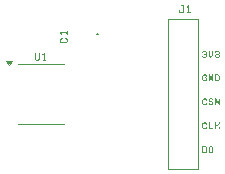
<source format=gbr>
%TF.GenerationSoftware,KiCad,Pcbnew,8.0.4*%
%TF.CreationDate,2024-09-16T16:17:47+01:00*%
%TF.ProjectId,algoritmi_motor,616c676f-7269-4746-9d69-5f6d6f746f72,rev?*%
%TF.SameCoordinates,Original*%
%TF.FileFunction,Legend,Top*%
%TF.FilePolarity,Positive*%
%FSLAX46Y46*%
G04 Gerber Fmt 4.6, Leading zero omitted, Abs format (unit mm)*
G04 Created by KiCad (PCBNEW 8.0.4) date 2024-09-16 16:17:47*
%MOMM*%
%LPD*%
G01*
G04 APERTURE LIST*
%ADD10C,0.100000*%
%ADD11C,0.175000*%
%ADD12C,0.150000*%
%ADD13C,0.200000*%
%ADD14C,0.120000*%
G04 APERTURE END LIST*
D10*
G36*
X154759588Y-96789087D02*
G01*
X154748157Y-96816051D01*
X154720753Y-96827042D01*
X154693642Y-96816051D01*
X154682651Y-96789087D01*
X154682651Y-96750252D01*
X154693642Y-96723288D01*
X154764570Y-96654704D01*
X154791535Y-96643127D01*
X154949511Y-96643127D01*
X154976475Y-96654997D01*
X155047404Y-96725046D01*
X155058394Y-96752011D01*
X155058394Y-96867635D01*
X155047404Y-96894600D01*
X155030551Y-96911599D01*
X155019560Y-96938563D01*
X155030551Y-96966407D01*
X155047404Y-96983260D01*
X155058394Y-97010371D01*
X155058394Y-97125116D01*
X155047404Y-97152080D01*
X154976475Y-97222129D01*
X154949511Y-97234000D01*
X154791535Y-97234000D01*
X154764570Y-97222422D01*
X154693642Y-97153839D01*
X154682651Y-97126875D01*
X154682651Y-97088040D01*
X154693642Y-97061515D01*
X154720753Y-97050964D01*
X154748157Y-97061515D01*
X154759588Y-97088040D01*
X154759588Y-97098152D01*
X154768087Y-97119254D01*
X154799302Y-97150468D01*
X154820404Y-97158968D01*
X154920788Y-97158968D01*
X154941891Y-97150615D01*
X154973105Y-97119694D01*
X154981605Y-97098738D01*
X154981605Y-97041878D01*
X154973105Y-97020922D01*
X154941891Y-96989122D01*
X154920788Y-96980769D01*
X154824508Y-96980769D01*
X154796664Y-96969631D01*
X154785673Y-96942813D01*
X154796664Y-96916435D01*
X154824508Y-96905737D01*
X154920788Y-96905737D01*
X154941891Y-96896944D01*
X154973105Y-96863678D01*
X154981605Y-96841697D01*
X154981605Y-96781320D01*
X154973105Y-96759338D01*
X154941891Y-96726951D01*
X154920788Y-96718159D01*
X154820404Y-96718159D01*
X154799302Y-96726658D01*
X154768087Y-96757872D01*
X154759588Y-96778975D01*
X154759588Y-96789087D01*
G37*
G36*
X155519134Y-96681083D02*
G01*
X155530418Y-96654118D01*
X155557969Y-96643127D01*
X155584933Y-96654118D01*
X155595924Y-96681083D01*
X155595924Y-97061808D01*
X155584054Y-97089652D01*
X155450697Y-97223009D01*
X155423733Y-97234000D01*
X155392372Y-97234000D01*
X155365408Y-97223009D01*
X155232051Y-97089652D01*
X155220193Y-97062803D01*
X155220181Y-97061808D01*
X155220181Y-96681083D01*
X155231172Y-96654118D01*
X155258283Y-96643127D01*
X155285687Y-96654118D01*
X155297117Y-96681083D01*
X155297117Y-97032353D01*
X155305617Y-97053455D01*
X155380648Y-97129219D01*
X155408492Y-97140210D01*
X155435603Y-97129219D01*
X155510635Y-97053455D01*
X155519134Y-97032353D01*
X155519134Y-96681083D01*
G37*
G36*
X155834647Y-96789087D02*
G01*
X155823217Y-96816051D01*
X155795812Y-96827042D01*
X155768702Y-96816051D01*
X155757711Y-96789087D01*
X155757711Y-96750252D01*
X155768702Y-96723288D01*
X155839630Y-96654704D01*
X155866594Y-96643127D01*
X156024570Y-96643127D01*
X156051535Y-96654997D01*
X156122463Y-96725046D01*
X156133454Y-96752011D01*
X156133454Y-96867635D01*
X156122463Y-96894600D01*
X156105610Y-96911599D01*
X156094619Y-96938563D01*
X156105610Y-96966407D01*
X156122463Y-96983260D01*
X156133454Y-97010371D01*
X156133454Y-97125116D01*
X156122463Y-97152080D01*
X156051535Y-97222129D01*
X156024570Y-97234000D01*
X155866594Y-97234000D01*
X155839630Y-97222422D01*
X155768702Y-97153839D01*
X155757711Y-97126875D01*
X155757711Y-97088040D01*
X155768702Y-97061515D01*
X155795812Y-97050964D01*
X155823217Y-97061515D01*
X155834647Y-97088040D01*
X155834647Y-97098152D01*
X155843147Y-97119254D01*
X155874361Y-97150468D01*
X155895464Y-97158968D01*
X155995847Y-97158968D01*
X156016950Y-97150615D01*
X156048164Y-97119694D01*
X156056664Y-97098738D01*
X156056664Y-97041878D01*
X156048164Y-97020922D01*
X156016950Y-96989122D01*
X155995847Y-96980769D01*
X155899567Y-96980769D01*
X155871723Y-96969631D01*
X155860732Y-96942813D01*
X155871723Y-96916435D01*
X155899567Y-96905737D01*
X155995847Y-96905737D01*
X156016950Y-96896944D01*
X156048164Y-96863678D01*
X156056664Y-96841697D01*
X156056664Y-96781320D01*
X156048164Y-96759338D01*
X156016950Y-96726951D01*
X155995847Y-96718159D01*
X155895464Y-96718159D01*
X155874361Y-96726658D01*
X155843147Y-96757872D01*
X155834647Y-96778975D01*
X155834647Y-96789087D01*
G37*
G36*
X154981605Y-98794975D02*
G01*
X154973105Y-98773872D01*
X154941891Y-98742658D01*
X154920788Y-98734159D01*
X154820404Y-98734159D01*
X154799302Y-98742658D01*
X154768087Y-98774166D01*
X154759588Y-98795415D01*
X154759588Y-99113712D01*
X154768087Y-99134961D01*
X154799302Y-99166468D01*
X154820404Y-99174968D01*
X154920788Y-99174968D01*
X154941891Y-99166615D01*
X154973105Y-99135694D01*
X154981605Y-99114738D01*
X154981605Y-99034431D01*
X154970614Y-99007613D01*
X154943503Y-98996769D01*
X154892944Y-98996769D01*
X154865394Y-98985631D01*
X154854110Y-98958813D01*
X154865394Y-98932435D01*
X154892944Y-98921737D01*
X155020439Y-98921737D01*
X155047404Y-98932581D01*
X155058394Y-98959106D01*
X155058394Y-99141995D01*
X155047404Y-99169399D01*
X154976475Y-99238422D01*
X154948632Y-99250000D01*
X154791535Y-99250000D01*
X154764570Y-99238129D01*
X154693642Y-99168080D01*
X154682651Y-99140237D01*
X154682651Y-98768011D01*
X154693642Y-98741046D01*
X154764570Y-98670997D01*
X154791535Y-98659127D01*
X154948632Y-98659127D01*
X154976475Y-98670704D01*
X155047404Y-98739288D01*
X155058394Y-98766252D01*
X155058394Y-98805087D01*
X155047404Y-98832051D01*
X155020439Y-98843042D01*
X154992889Y-98832051D01*
X154981605Y-98805087D01*
X154981605Y-98794975D01*
G37*
G36*
X155513126Y-99058318D02*
G01*
X155517376Y-99062568D01*
X155519134Y-99056706D01*
X155519134Y-98697083D01*
X155530418Y-98670118D01*
X155557969Y-98659127D01*
X155584933Y-98670118D01*
X155595924Y-98697083D01*
X155595924Y-99212044D01*
X155584933Y-99239009D01*
X155557969Y-99250000D01*
X155530684Y-99239118D01*
X155524117Y-99230655D01*
X155302979Y-98849930D01*
X155298729Y-98845680D01*
X155297117Y-98851542D01*
X155297117Y-99212044D01*
X155285687Y-99239009D01*
X155258283Y-99250000D01*
X155231172Y-99239009D01*
X155220181Y-99212044D01*
X155220181Y-98697083D01*
X155231172Y-98670118D01*
X155258136Y-98659127D01*
X155285421Y-98670008D01*
X155291988Y-98678471D01*
X155513126Y-99058318D01*
G37*
G36*
X156033803Y-98670118D02*
G01*
X156121584Y-98758778D01*
X156133454Y-98785743D01*
X156133454Y-99123384D01*
X156121584Y-99150348D01*
X156033803Y-99239009D01*
X156006838Y-99250000D01*
X155795666Y-99250000D01*
X155768702Y-99239009D01*
X155757711Y-99212044D01*
X155757711Y-98772407D01*
X155834647Y-98772407D01*
X155834647Y-99136720D01*
X155845638Y-99163977D01*
X155872602Y-99174968D01*
X155978115Y-99174968D01*
X155999218Y-99166468D01*
X156048164Y-99117083D01*
X156056664Y-99095833D01*
X156056664Y-98813293D01*
X156048164Y-98792044D01*
X155999218Y-98742658D01*
X155978115Y-98734159D01*
X155872602Y-98734159D01*
X155845638Y-98745296D01*
X155834647Y-98772407D01*
X155757711Y-98772407D01*
X155757711Y-98697083D01*
X155768702Y-98670118D01*
X155795666Y-98659127D01*
X156006838Y-98659127D01*
X156033803Y-98670118D01*
G37*
G36*
X154759588Y-101111833D02*
G01*
X154768087Y-101133083D01*
X154817034Y-101182468D01*
X154838136Y-101190968D01*
X154903056Y-101190968D01*
X154924159Y-101182468D01*
X154973105Y-101133522D01*
X154981605Y-101112420D01*
X154981605Y-101087067D01*
X154992889Y-101059663D01*
X155020439Y-101048233D01*
X155047404Y-101059663D01*
X155058394Y-101087067D01*
X155058394Y-101141143D01*
X155046524Y-101168107D01*
X154958743Y-101255302D01*
X154931779Y-101266000D01*
X154809267Y-101266000D01*
X154781423Y-101254129D01*
X154693642Y-101166348D01*
X154682651Y-101139384D01*
X154682651Y-100801743D01*
X154693642Y-100774778D01*
X154781423Y-100686997D01*
X154808272Y-100675139D01*
X154809267Y-100675127D01*
X154931779Y-100675127D01*
X154958743Y-100685825D01*
X155046524Y-100773020D01*
X155058394Y-100799984D01*
X155058394Y-100854060D01*
X155047404Y-100881464D01*
X155020439Y-100892894D01*
X154992889Y-100881464D01*
X154981605Y-100854060D01*
X154981605Y-100828707D01*
X154973105Y-100807605D01*
X154924159Y-100758658D01*
X154903056Y-100750159D01*
X154838136Y-100750159D01*
X154817034Y-100758658D01*
X154768087Y-100808044D01*
X154759588Y-100829293D01*
X154759588Y-101111833D01*
G37*
G36*
X155519134Y-100810975D02*
G01*
X155510635Y-100789872D01*
X155479420Y-100758658D01*
X155458318Y-100750159D01*
X155357934Y-100750159D01*
X155336831Y-100758951D01*
X155305617Y-100791338D01*
X155297117Y-100813320D01*
X155297117Y-100873697D01*
X155305617Y-100895678D01*
X155336831Y-100928944D01*
X155357934Y-100937737D01*
X155487041Y-100937737D01*
X155514005Y-100948581D01*
X155584933Y-101019217D01*
X155595924Y-101045741D01*
X155595924Y-101158728D01*
X155584933Y-101185399D01*
X155514005Y-101254422D01*
X155487041Y-101266000D01*
X155329064Y-101266000D01*
X155302100Y-101254422D01*
X155231172Y-101185839D01*
X155220181Y-101158875D01*
X155220181Y-101120040D01*
X155231172Y-101093515D01*
X155258283Y-101082964D01*
X155285687Y-101093515D01*
X155297117Y-101120040D01*
X155297117Y-101130152D01*
X155305617Y-101151254D01*
X155336831Y-101182468D01*
X155357934Y-101190968D01*
X155458318Y-101190968D01*
X155479420Y-101182615D01*
X155510635Y-101151694D01*
X155519134Y-101130738D01*
X155519134Y-101073878D01*
X155510635Y-101052922D01*
X155479420Y-101021122D01*
X155458318Y-101012769D01*
X155329064Y-101012769D01*
X155302100Y-101001631D01*
X155231172Y-100929237D01*
X155220181Y-100901980D01*
X155220181Y-100785183D01*
X155231172Y-100757779D01*
X155302100Y-100686997D01*
X155329064Y-100675127D01*
X155487041Y-100675127D01*
X155514005Y-100686704D01*
X155584933Y-100755288D01*
X155595924Y-100782252D01*
X155595924Y-100821087D01*
X155584933Y-100848051D01*
X155557969Y-100859042D01*
X155530418Y-100848051D01*
X155519134Y-100821087D01*
X155519134Y-100810975D01*
G37*
G36*
X156050655Y-101074318D02*
G01*
X156054905Y-101078568D01*
X156056664Y-101072706D01*
X156056664Y-100713083D01*
X156067948Y-100686118D01*
X156095498Y-100675127D01*
X156122463Y-100686118D01*
X156133454Y-100713083D01*
X156133454Y-101228044D01*
X156122463Y-101255009D01*
X156095498Y-101266000D01*
X156068213Y-101255118D01*
X156061646Y-101246655D01*
X155840509Y-100865930D01*
X155836259Y-100861680D01*
X155834647Y-100867542D01*
X155834647Y-101228044D01*
X155823217Y-101255009D01*
X155795812Y-101266000D01*
X155768702Y-101255009D01*
X155757711Y-101228044D01*
X155757711Y-100713083D01*
X155768702Y-100686118D01*
X155795666Y-100675127D01*
X155822951Y-100686008D01*
X155829518Y-100694471D01*
X156050655Y-101074318D01*
G37*
G36*
X154759588Y-103127833D02*
G01*
X154768087Y-103149083D01*
X154817034Y-103198468D01*
X154838136Y-103206968D01*
X154903056Y-103206968D01*
X154924159Y-103198468D01*
X154973105Y-103149522D01*
X154981605Y-103128420D01*
X154981605Y-103103067D01*
X154992889Y-103075663D01*
X155020439Y-103064233D01*
X155047404Y-103075663D01*
X155058394Y-103103067D01*
X155058394Y-103157143D01*
X155046524Y-103184107D01*
X154958743Y-103271302D01*
X154931779Y-103282000D01*
X154809267Y-103282000D01*
X154781423Y-103270129D01*
X154693642Y-103182348D01*
X154682651Y-103155384D01*
X154682651Y-102817743D01*
X154693642Y-102790778D01*
X154781423Y-102702997D01*
X154808272Y-102691139D01*
X154809267Y-102691127D01*
X154931779Y-102691127D01*
X154958743Y-102701825D01*
X155046524Y-102789020D01*
X155058394Y-102815984D01*
X155058394Y-102870060D01*
X155047404Y-102897464D01*
X155020439Y-102908894D01*
X154992889Y-102897464D01*
X154981605Y-102870060D01*
X154981605Y-102844707D01*
X154973105Y-102823605D01*
X154924159Y-102774658D01*
X154903056Y-102766159D01*
X154838136Y-102766159D01*
X154817034Y-102774658D01*
X154768087Y-102824044D01*
X154759588Y-102845293D01*
X154759588Y-103127833D01*
G37*
G36*
X155297117Y-103168866D02*
G01*
X155307962Y-103195977D01*
X155335073Y-103206968D01*
X155557822Y-103206968D01*
X155584933Y-103218106D01*
X155595924Y-103244923D01*
X155584933Y-103271302D01*
X155557822Y-103282000D01*
X155258283Y-103282000D01*
X155231172Y-103271009D01*
X155220181Y-103244044D01*
X155220181Y-102729083D01*
X155231172Y-102702118D01*
X155258283Y-102691127D01*
X155285687Y-102702118D01*
X155297117Y-102729229D01*
X155297117Y-103168866D01*
G37*
G36*
X155872602Y-103028769D02*
G01*
X155845638Y-103040199D01*
X155834647Y-103067603D01*
X155834647Y-103248294D01*
X155823217Y-103275258D01*
X155795812Y-103286249D01*
X155768702Y-103275258D01*
X155757711Y-103248294D01*
X155757711Y-102729522D01*
X155768702Y-102702265D01*
X155795812Y-102691127D01*
X155823217Y-102702411D01*
X155834647Y-102729815D01*
X155834647Y-102914170D01*
X155845638Y-102942160D01*
X155872602Y-102953737D01*
X155912316Y-102953737D01*
X155933419Y-102945091D01*
X156048164Y-102828001D01*
X156056664Y-102806459D01*
X156056664Y-102729815D01*
X156067948Y-102702411D01*
X156095498Y-102691127D01*
X156122463Y-102702265D01*
X156133454Y-102729522D01*
X156133454Y-102834742D01*
X156122463Y-102862146D01*
X156021933Y-102962969D01*
X156010942Y-102990374D01*
X156021933Y-103017631D01*
X156122463Y-103117429D01*
X156133454Y-103144393D01*
X156133454Y-103248294D01*
X156122463Y-103275258D01*
X156095498Y-103286249D01*
X156067948Y-103275258D01*
X156056664Y-103248294D01*
X156056664Y-103173116D01*
X156048164Y-103152013D01*
X155933419Y-103037268D01*
X155912316Y-103028769D01*
X155872602Y-103028769D01*
G37*
G36*
X154958743Y-104718118D02*
G01*
X155046524Y-104806778D01*
X155058394Y-104833743D01*
X155058394Y-105171384D01*
X155046524Y-105198348D01*
X154958743Y-105287009D01*
X154931779Y-105298000D01*
X154720607Y-105298000D01*
X154693642Y-105287009D01*
X154682651Y-105260044D01*
X154682651Y-104820407D01*
X154759588Y-104820407D01*
X154759588Y-105184720D01*
X154770579Y-105211977D01*
X154797543Y-105222968D01*
X154903056Y-105222968D01*
X154924159Y-105214468D01*
X154973105Y-105165083D01*
X154981605Y-105143833D01*
X154981605Y-104861293D01*
X154973105Y-104840044D01*
X154924159Y-104790658D01*
X154903056Y-104782159D01*
X154797543Y-104782159D01*
X154770579Y-104793296D01*
X154759588Y-104820407D01*
X154682651Y-104820407D01*
X154682651Y-104745083D01*
X154693642Y-104718118D01*
X154720607Y-104707127D01*
X154931779Y-104707127D01*
X154958743Y-104718118D01*
G37*
G36*
X155513366Y-104718267D02*
G01*
X155514005Y-104718997D01*
X155584933Y-104789046D01*
X155595924Y-104816011D01*
X155595924Y-105189116D01*
X155584933Y-105216080D01*
X155514005Y-105286129D01*
X155486161Y-105298000D01*
X155329064Y-105298000D01*
X155302100Y-105286129D01*
X155231172Y-105216080D01*
X155220181Y-105189116D01*
X155220181Y-104843415D01*
X155297117Y-104843415D01*
X155297117Y-105161712D01*
X155305617Y-105182961D01*
X155336831Y-105214468D01*
X155357934Y-105222968D01*
X155458318Y-105222968D01*
X155479420Y-105214468D01*
X155510635Y-105182961D01*
X155519134Y-105161712D01*
X155519134Y-104843415D01*
X155510635Y-104822166D01*
X155479420Y-104790658D01*
X155458318Y-104782159D01*
X155357934Y-104782159D01*
X155336831Y-104790658D01*
X155305617Y-104822166D01*
X155297117Y-104843415D01*
X155220181Y-104843415D01*
X155220181Y-104816011D01*
X155231172Y-104789046D01*
X155302100Y-104718997D01*
X155329064Y-104707127D01*
X155486161Y-104707127D01*
X155513366Y-104718267D01*
G37*
D11*
G36*
X153018088Y-92933308D02*
G01*
X153005266Y-92901679D01*
X152973636Y-92888685D01*
X152887980Y-92888685D01*
X152856522Y-92875691D01*
X152843699Y-92844404D01*
X152856522Y-92813629D01*
X152887980Y-92801148D01*
X153063395Y-92801148D01*
X153094854Y-92813971D01*
X153107677Y-92845430D01*
X153107677Y-93362443D01*
X153094854Y-93394927D01*
X153012104Y-93476651D01*
X152980646Y-93490500D01*
X152796340Y-93490500D01*
X152764882Y-93476993D01*
X152682132Y-93396979D01*
X152669310Y-93364495D01*
X152669310Y-93281745D01*
X152682132Y-93249774D01*
X152713762Y-93236438D01*
X152745733Y-93249774D01*
X152759069Y-93281745D01*
X152759069Y-93332010D01*
X152768985Y-93356630D01*
X152805402Y-93393047D01*
X152830021Y-93402963D01*
X152947136Y-93402963D01*
X152971755Y-93393047D01*
X153008172Y-93356288D01*
X153018088Y-93331497D01*
X153018088Y-92933308D01*
G37*
G36*
X153470817Y-92969212D02*
G01*
X153466885Y-92961176D01*
X153460901Y-92964254D01*
X153417645Y-93008706D01*
X153385161Y-93021529D01*
X153353531Y-93008706D01*
X153340880Y-92977077D01*
X153353702Y-92944421D01*
X153483640Y-92813971D01*
X153516124Y-92801148D01*
X153547582Y-92813971D01*
X153560405Y-92845601D01*
X153560405Y-93358511D01*
X153573228Y-93390140D01*
X153604686Y-93402963D01*
X153646061Y-93402963D01*
X153677520Y-93415957D01*
X153690342Y-93447244D01*
X153677520Y-93478019D01*
X153646061Y-93490500D01*
X153385161Y-93490500D01*
X153353531Y-93478019D01*
X153340880Y-93447244D01*
X153353531Y-93415957D01*
X153385161Y-93402963D01*
X153426536Y-93402963D01*
X153457994Y-93390140D01*
X153470817Y-93358511D01*
X153470817Y-92969212D01*
G37*
D12*
G36*
X140559069Y-97331839D02*
G01*
X140568985Y-97356459D01*
X140605402Y-97393047D01*
X140630021Y-97402963D01*
X140747136Y-97402963D01*
X140771755Y-97393047D01*
X140808172Y-97356459D01*
X140818088Y-97331839D01*
X140818088Y-96845601D01*
X140831253Y-96813971D01*
X140863395Y-96801148D01*
X140894854Y-96813971D01*
X140907677Y-96845430D01*
X140907677Y-97363469D01*
X140894854Y-97394927D01*
X140812104Y-97476651D01*
X140779620Y-97490500D01*
X140596340Y-97490500D01*
X140564882Y-97476651D01*
X140482132Y-97394927D01*
X140469310Y-97363469D01*
X140469310Y-96845430D01*
X140482132Y-96813971D01*
X140513762Y-96801148D01*
X140545733Y-96813971D01*
X140559069Y-96845601D01*
X140559069Y-97331839D01*
G37*
G36*
X141270817Y-96969212D02*
G01*
X141266885Y-96961176D01*
X141260901Y-96964254D01*
X141217645Y-97008706D01*
X141185161Y-97021529D01*
X141153531Y-97008706D01*
X141140880Y-96977077D01*
X141153702Y-96944421D01*
X141283640Y-96813971D01*
X141316124Y-96801148D01*
X141347582Y-96813971D01*
X141360405Y-96845601D01*
X141360405Y-97358511D01*
X141373228Y-97390140D01*
X141404686Y-97402963D01*
X141446061Y-97402963D01*
X141477520Y-97415957D01*
X141490342Y-97447244D01*
X141477520Y-97478019D01*
X141446061Y-97490500D01*
X141185161Y-97490500D01*
X141153531Y-97478019D01*
X141140880Y-97447244D01*
X141153531Y-97415957D01*
X141185161Y-97402963D01*
X141226536Y-97402963D01*
X141257994Y-97390140D01*
X141270817Y-97358511D01*
X141270817Y-96969212D01*
G37*
G36*
X143110639Y-95910930D02*
G01*
X143135430Y-95901014D01*
X143193047Y-95843910D01*
X143202963Y-95819290D01*
X143202963Y-95743551D01*
X143193047Y-95718931D01*
X143135943Y-95661827D01*
X143111323Y-95651911D01*
X143081745Y-95651911D01*
X143049774Y-95638746D01*
X143036438Y-95606604D01*
X143049774Y-95575145D01*
X143081745Y-95562322D01*
X143144833Y-95562322D01*
X143176292Y-95576171D01*
X143278019Y-95678582D01*
X143290500Y-95710040D01*
X143290500Y-95852971D01*
X143276651Y-95885456D01*
X143174240Y-95987867D01*
X143142781Y-96000689D01*
X142748867Y-96000689D01*
X142717408Y-95987867D01*
X142614997Y-95885456D01*
X142601162Y-95854131D01*
X142601148Y-95852971D01*
X142601148Y-95710040D01*
X142613629Y-95678582D01*
X142715356Y-95576171D01*
X142746815Y-95562322D01*
X142809903Y-95562322D01*
X142841874Y-95575145D01*
X142855210Y-95606604D01*
X142841874Y-95638746D01*
X142809903Y-95651911D01*
X142780325Y-95651911D01*
X142755705Y-95661827D01*
X142698601Y-95718931D01*
X142688685Y-95743551D01*
X142688685Y-95819290D01*
X142698601Y-95843910D01*
X142756218Y-95901014D01*
X142781009Y-95910930D01*
X143110639Y-95910930D01*
G37*
G36*
X142769212Y-95199182D02*
G01*
X142761176Y-95203114D01*
X142764254Y-95209098D01*
X142808706Y-95252354D01*
X142821529Y-95284838D01*
X142808706Y-95316468D01*
X142777077Y-95329119D01*
X142744421Y-95316297D01*
X142613971Y-95186359D01*
X142601148Y-95153875D01*
X142613971Y-95122417D01*
X142645601Y-95109594D01*
X143158511Y-95109594D01*
X143190140Y-95096771D01*
X143202963Y-95065313D01*
X143202963Y-95023938D01*
X143215957Y-94992479D01*
X143247244Y-94979657D01*
X143278019Y-94992479D01*
X143290500Y-95023938D01*
X143290500Y-95284838D01*
X143278019Y-95316468D01*
X143247244Y-95329119D01*
X143215957Y-95316468D01*
X143202963Y-95284838D01*
X143202963Y-95243463D01*
X143190140Y-95212005D01*
X143158511Y-95199182D01*
X142769212Y-95199182D01*
G37*
D10*
%TO.C,J1*%
X151810000Y-93993673D02*
X154350000Y-93993673D01*
X151810000Y-106693673D02*
X151810000Y-93993673D01*
X154350000Y-93993673D02*
X154350000Y-106693673D01*
X154350000Y-106693673D02*
X151810000Y-106693673D01*
D13*
X145850000Y-95263673D02*
G75*
G02*
X145750000Y-95263673I-50000J0D01*
G01*
X145750000Y-95263673D02*
G75*
G02*
X145850000Y-95263673I50000J0D01*
G01*
D14*
%TO.C,U1*%
X141000000Y-97783673D02*
X139050000Y-97783673D01*
X141000000Y-97783673D02*
X142950000Y-97783673D01*
X141000000Y-102903673D02*
X139050000Y-102903673D01*
X141000000Y-102903673D02*
X142950000Y-102903673D01*
X138300000Y-97878673D02*
X138060000Y-97548673D01*
X138540000Y-97548673D01*
X138300000Y-97878673D01*
G36*
X138300000Y-97878673D02*
G01*
X138060000Y-97548673D01*
X138540000Y-97548673D01*
X138300000Y-97878673D01*
G37*
%TD*%
M02*

</source>
